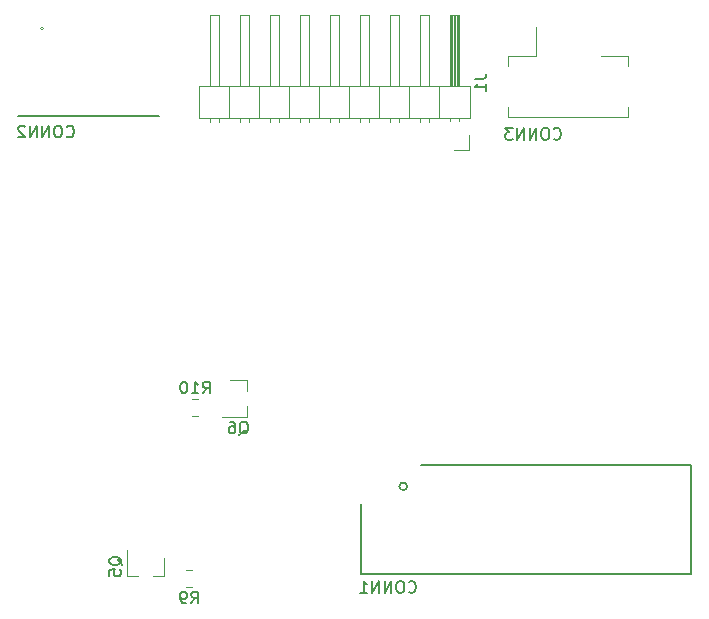
<source format=gbr>
G04 #@! TF.GenerationSoftware,KiCad,Pcbnew,(5.1.6-0-10_14)*
G04 #@! TF.CreationDate,2020-07-16T14:36:08-04:00*
G04 #@! TF.ProjectId,Pufferfish-Interface-2,50756666-6572-4666-9973-682d496e7465,rev?*
G04 #@! TF.SameCoordinates,Original*
G04 #@! TF.FileFunction,Legend,Bot*
G04 #@! TF.FilePolarity,Positive*
%FSLAX46Y46*%
G04 Gerber Fmt 4.6, Leading zero omitted, Abs format (unit mm)*
G04 Created by KiCad (PCBNEW (5.1.6-0-10_14)) date 2020-07-16 14:36:08*
%MOMM*%
%LPD*%
G01*
G04 APERTURE LIST*
%ADD10C,0.200000*%
%ADD11C,0.100000*%
%ADD12C,0.127000*%
%ADD13C,0.120000*%
%ADD14C,0.150000*%
G04 APERTURE END LIST*
D10*
X35560000Y-38608000D02*
X58420000Y-38608000D01*
X58420000Y-38608000D02*
X58420000Y-47879000D01*
X58420000Y-47879000D02*
X30480000Y-47879000D01*
X30480000Y-47879000D02*
X30480000Y-41910000D01*
X34359788Y-40449500D02*
G75*
G03*
X34359788Y-40449500I-323788J0D01*
G01*
D11*
X3593000Y-1718000D02*
G75*
G03*
X3593000Y-1718000I-127000J0D01*
G01*
D12*
X13341000Y-9068000D02*
X1391000Y-9068000D01*
D13*
X53091000Y-9202000D02*
X53091000Y-8352000D01*
X42921000Y-9202000D02*
X53091000Y-9202000D01*
X42921000Y-3982000D02*
X45246000Y-3982000D01*
X42921000Y-4832000D02*
X42921000Y-3982000D01*
X42921000Y-8352000D02*
X42921000Y-9202000D01*
X53091000Y-3982000D02*
X50766000Y-3982000D01*
X53091000Y-4832000D02*
X53091000Y-3982000D01*
X45246000Y-3982000D02*
X45246000Y-1592000D01*
X39684000Y-9228000D02*
X16704000Y-9228000D01*
X16704000Y-9228000D02*
X16704000Y-6568000D01*
X16704000Y-6568000D02*
X39684000Y-6568000D01*
X39684000Y-6568000D02*
X39684000Y-9228000D01*
X38734000Y-6568000D02*
X38734000Y-568000D01*
X38734000Y-568000D02*
X37974000Y-568000D01*
X37974000Y-568000D02*
X37974000Y-6568000D01*
X38674000Y-6568000D02*
X38674000Y-568000D01*
X38554000Y-6568000D02*
X38554000Y-568000D01*
X38434000Y-6568000D02*
X38434000Y-568000D01*
X38314000Y-6568000D02*
X38314000Y-568000D01*
X38194000Y-6568000D02*
X38194000Y-568000D01*
X38074000Y-6568000D02*
X38074000Y-568000D01*
X38734000Y-9558000D02*
X38734000Y-9228000D01*
X37974000Y-9558000D02*
X37974000Y-9228000D01*
X37084000Y-9228000D02*
X37084000Y-6568000D01*
X36194000Y-6568000D02*
X36194000Y-568000D01*
X36194000Y-568000D02*
X35434000Y-568000D01*
X35434000Y-568000D02*
X35434000Y-6568000D01*
X36194000Y-9625071D02*
X36194000Y-9228000D01*
X35434000Y-9625071D02*
X35434000Y-9228000D01*
X34544000Y-9228000D02*
X34544000Y-6568000D01*
X33654000Y-6568000D02*
X33654000Y-568000D01*
X33654000Y-568000D02*
X32894000Y-568000D01*
X32894000Y-568000D02*
X32894000Y-6568000D01*
X33654000Y-9625071D02*
X33654000Y-9228000D01*
X32894000Y-9625071D02*
X32894000Y-9228000D01*
X32004000Y-9228000D02*
X32004000Y-6568000D01*
X31114000Y-6568000D02*
X31114000Y-568000D01*
X31114000Y-568000D02*
X30354000Y-568000D01*
X30354000Y-568000D02*
X30354000Y-6568000D01*
X31114000Y-9625071D02*
X31114000Y-9228000D01*
X30354000Y-9625071D02*
X30354000Y-9228000D01*
X29464000Y-9228000D02*
X29464000Y-6568000D01*
X28574000Y-6568000D02*
X28574000Y-568000D01*
X28574000Y-568000D02*
X27814000Y-568000D01*
X27814000Y-568000D02*
X27814000Y-6568000D01*
X28574000Y-9625071D02*
X28574000Y-9228000D01*
X27814000Y-9625071D02*
X27814000Y-9228000D01*
X26924000Y-9228000D02*
X26924000Y-6568000D01*
X26034000Y-6568000D02*
X26034000Y-568000D01*
X26034000Y-568000D02*
X25274000Y-568000D01*
X25274000Y-568000D02*
X25274000Y-6568000D01*
X26034000Y-9625071D02*
X26034000Y-9228000D01*
X25274000Y-9625071D02*
X25274000Y-9228000D01*
X24384000Y-9228000D02*
X24384000Y-6568000D01*
X23494000Y-6568000D02*
X23494000Y-568000D01*
X23494000Y-568000D02*
X22734000Y-568000D01*
X22734000Y-568000D02*
X22734000Y-6568000D01*
X23494000Y-9625071D02*
X23494000Y-9228000D01*
X22734000Y-9625071D02*
X22734000Y-9228000D01*
X21844000Y-9228000D02*
X21844000Y-6568000D01*
X20954000Y-6568000D02*
X20954000Y-568000D01*
X20954000Y-568000D02*
X20194000Y-568000D01*
X20194000Y-568000D02*
X20194000Y-6568000D01*
X20954000Y-9625071D02*
X20954000Y-9228000D01*
X20194000Y-9625071D02*
X20194000Y-9228000D01*
X19304000Y-9228000D02*
X19304000Y-6568000D01*
X18414000Y-6568000D02*
X18414000Y-568000D01*
X18414000Y-568000D02*
X17654000Y-568000D01*
X17654000Y-568000D02*
X17654000Y-6568000D01*
X18414000Y-9625071D02*
X18414000Y-9228000D01*
X17654000Y-9625071D02*
X17654000Y-9228000D01*
X38354000Y-11938000D02*
X39624000Y-11938000D01*
X39624000Y-11938000D02*
X39624000Y-10668000D01*
X13772000Y-48004000D02*
X13772000Y-46544000D01*
X10612000Y-48004000D02*
X10612000Y-45844000D01*
X10612000Y-48004000D02*
X11542000Y-48004000D01*
X13772000Y-48004000D02*
X12842000Y-48004000D01*
X20826000Y-31440000D02*
X20826000Y-32370000D01*
X20826000Y-34600000D02*
X20826000Y-33670000D01*
X20826000Y-34600000D02*
X18666000Y-34600000D01*
X20826000Y-31440000D02*
X19366000Y-31440000D01*
X15664922Y-47550000D02*
X16182078Y-47550000D01*
X15664922Y-48970000D02*
X16182078Y-48970000D01*
X16690078Y-34492000D02*
X16172922Y-34492000D01*
X16690078Y-33072000D02*
X16172922Y-33072000D01*
D14*
X34504095Y-49379142D02*
X34551714Y-49426761D01*
X34694571Y-49474380D01*
X34789809Y-49474380D01*
X34932666Y-49426761D01*
X35027904Y-49331523D01*
X35075523Y-49236285D01*
X35123142Y-49045809D01*
X35123142Y-48902952D01*
X35075523Y-48712476D01*
X35027904Y-48617238D01*
X34932666Y-48522000D01*
X34789809Y-48474380D01*
X34694571Y-48474380D01*
X34551714Y-48522000D01*
X34504095Y-48569619D01*
X33885047Y-48474380D02*
X33694571Y-48474380D01*
X33599333Y-48522000D01*
X33504095Y-48617238D01*
X33456476Y-48807714D01*
X33456476Y-49141047D01*
X33504095Y-49331523D01*
X33599333Y-49426761D01*
X33694571Y-49474380D01*
X33885047Y-49474380D01*
X33980285Y-49426761D01*
X34075523Y-49331523D01*
X34123142Y-49141047D01*
X34123142Y-48807714D01*
X34075523Y-48617238D01*
X33980285Y-48522000D01*
X33885047Y-48474380D01*
X33027904Y-49474380D02*
X33027904Y-48474380D01*
X32456476Y-49474380D01*
X32456476Y-48474380D01*
X31980285Y-49474380D02*
X31980285Y-48474380D01*
X31408857Y-49474380D01*
X31408857Y-48474380D01*
X30408857Y-49474380D02*
X30980285Y-49474380D01*
X30694571Y-49474380D02*
X30694571Y-48474380D01*
X30789809Y-48617238D01*
X30885047Y-48712476D01*
X30980285Y-48760095D01*
X5527773Y-10814831D02*
X5575427Y-10862484D01*
X5718387Y-10910138D01*
X5813694Y-10910138D01*
X5956655Y-10862484D01*
X6051962Y-10767177D01*
X6099615Y-10671870D01*
X6147269Y-10481256D01*
X6147269Y-10338296D01*
X6099615Y-10147682D01*
X6051962Y-10052375D01*
X5956655Y-9957068D01*
X5813694Y-9909414D01*
X5718387Y-9909414D01*
X5575427Y-9957068D01*
X5527773Y-10004721D01*
X4908277Y-9909414D02*
X4717663Y-9909414D01*
X4622356Y-9957068D01*
X4527049Y-10052375D01*
X4479396Y-10242989D01*
X4479396Y-10576563D01*
X4527049Y-10767177D01*
X4622356Y-10862484D01*
X4717663Y-10910138D01*
X4908277Y-10910138D01*
X5003584Y-10862484D01*
X5098891Y-10767177D01*
X5146545Y-10576563D01*
X5146545Y-10242989D01*
X5098891Y-10052375D01*
X5003584Y-9957068D01*
X4908277Y-9909414D01*
X4050514Y-10910138D02*
X4050514Y-9909414D01*
X3478672Y-10910138D01*
X3478672Y-9909414D01*
X3002136Y-10910138D02*
X3002136Y-9909414D01*
X2430294Y-10910138D01*
X2430294Y-9909414D01*
X2001412Y-10004721D02*
X1953759Y-9957068D01*
X1858452Y-9909414D01*
X1620184Y-9909414D01*
X1524877Y-9957068D01*
X1477224Y-10004721D01*
X1429570Y-10100028D01*
X1429570Y-10195335D01*
X1477224Y-10338296D01*
X2049066Y-10910138D01*
X1429570Y-10910138D01*
X46778095Y-11013142D02*
X46825714Y-11060761D01*
X46968571Y-11108380D01*
X47063809Y-11108380D01*
X47206666Y-11060761D01*
X47301904Y-10965523D01*
X47349523Y-10870285D01*
X47397142Y-10679809D01*
X47397142Y-10536952D01*
X47349523Y-10346476D01*
X47301904Y-10251238D01*
X47206666Y-10156000D01*
X47063809Y-10108380D01*
X46968571Y-10108380D01*
X46825714Y-10156000D01*
X46778095Y-10203619D01*
X46159047Y-10108380D02*
X45968571Y-10108380D01*
X45873333Y-10156000D01*
X45778095Y-10251238D01*
X45730476Y-10441714D01*
X45730476Y-10775047D01*
X45778095Y-10965523D01*
X45873333Y-11060761D01*
X45968571Y-11108380D01*
X46159047Y-11108380D01*
X46254285Y-11060761D01*
X46349523Y-10965523D01*
X46397142Y-10775047D01*
X46397142Y-10441714D01*
X46349523Y-10251238D01*
X46254285Y-10156000D01*
X46159047Y-10108380D01*
X45301904Y-11108380D02*
X45301904Y-10108380D01*
X44730476Y-11108380D01*
X44730476Y-10108380D01*
X44254285Y-11108380D02*
X44254285Y-10108380D01*
X43682857Y-11108380D01*
X43682857Y-10108380D01*
X43301904Y-10108380D02*
X42682857Y-10108380D01*
X43016190Y-10489333D01*
X42873333Y-10489333D01*
X42778095Y-10536952D01*
X42730476Y-10584571D01*
X42682857Y-10679809D01*
X42682857Y-10917904D01*
X42730476Y-11013142D01*
X42778095Y-11060761D01*
X42873333Y-11108380D01*
X43159047Y-11108380D01*
X43254285Y-11060761D01*
X43301904Y-11013142D01*
X40076380Y-5949666D02*
X40790666Y-5949666D01*
X40933523Y-5902047D01*
X41028761Y-5806809D01*
X41076380Y-5663952D01*
X41076380Y-5568714D01*
X41076380Y-6949666D02*
X41076380Y-6378238D01*
X41076380Y-6663952D02*
X40076380Y-6663952D01*
X40219238Y-6568714D01*
X40314476Y-6473476D01*
X40362095Y-6378238D01*
X10239619Y-47148761D02*
X10192000Y-47053523D01*
X10096761Y-46958285D01*
X9953904Y-46815428D01*
X9906285Y-46720190D01*
X9906285Y-46624952D01*
X10144380Y-46672571D02*
X10096761Y-46577333D01*
X10001523Y-46482095D01*
X9811047Y-46434476D01*
X9477714Y-46434476D01*
X9287238Y-46482095D01*
X9192000Y-46577333D01*
X9144380Y-46672571D01*
X9144380Y-46863047D01*
X9192000Y-46958285D01*
X9287238Y-47053523D01*
X9477714Y-47101142D01*
X9811047Y-47101142D01*
X10001523Y-47053523D01*
X10096761Y-46958285D01*
X10144380Y-46863047D01*
X10144380Y-46672571D01*
X9144380Y-48005904D02*
X9144380Y-47529714D01*
X9620571Y-47482095D01*
X9572952Y-47529714D01*
X9525333Y-47624952D01*
X9525333Y-47863047D01*
X9572952Y-47958285D01*
X9620571Y-48005904D01*
X9715809Y-48053523D01*
X9953904Y-48053523D01*
X10049142Y-48005904D01*
X10096761Y-47958285D01*
X10144380Y-47863047D01*
X10144380Y-47624952D01*
X10096761Y-47529714D01*
X10049142Y-47482095D01*
X20161238Y-36067619D02*
X20256476Y-36020000D01*
X20351714Y-35924761D01*
X20494571Y-35781904D01*
X20589809Y-35734285D01*
X20685047Y-35734285D01*
X20637428Y-35972380D02*
X20732666Y-35924761D01*
X20827904Y-35829523D01*
X20875523Y-35639047D01*
X20875523Y-35305714D01*
X20827904Y-35115238D01*
X20732666Y-35020000D01*
X20637428Y-34972380D01*
X20446952Y-34972380D01*
X20351714Y-35020000D01*
X20256476Y-35115238D01*
X20208857Y-35305714D01*
X20208857Y-35639047D01*
X20256476Y-35829523D01*
X20351714Y-35924761D01*
X20446952Y-35972380D01*
X20637428Y-35972380D01*
X19351714Y-34972380D02*
X19542190Y-34972380D01*
X19637428Y-35020000D01*
X19685047Y-35067619D01*
X19780285Y-35210476D01*
X19827904Y-35400952D01*
X19827904Y-35781904D01*
X19780285Y-35877142D01*
X19732666Y-35924761D01*
X19637428Y-35972380D01*
X19446952Y-35972380D01*
X19351714Y-35924761D01*
X19304095Y-35877142D01*
X19256476Y-35781904D01*
X19256476Y-35543809D01*
X19304095Y-35448571D01*
X19351714Y-35400952D01*
X19446952Y-35353333D01*
X19637428Y-35353333D01*
X19732666Y-35400952D01*
X19780285Y-35448571D01*
X19827904Y-35543809D01*
X16090166Y-50362380D02*
X16423500Y-49886190D01*
X16661595Y-50362380D02*
X16661595Y-49362380D01*
X16280642Y-49362380D01*
X16185404Y-49410000D01*
X16137785Y-49457619D01*
X16090166Y-49552857D01*
X16090166Y-49695714D01*
X16137785Y-49790952D01*
X16185404Y-49838571D01*
X16280642Y-49886190D01*
X16661595Y-49886190D01*
X15613976Y-50362380D02*
X15423500Y-50362380D01*
X15328261Y-50314761D01*
X15280642Y-50267142D01*
X15185404Y-50124285D01*
X15137785Y-49933809D01*
X15137785Y-49552857D01*
X15185404Y-49457619D01*
X15233023Y-49410000D01*
X15328261Y-49362380D01*
X15518738Y-49362380D01*
X15613976Y-49410000D01*
X15661595Y-49457619D01*
X15709214Y-49552857D01*
X15709214Y-49790952D01*
X15661595Y-49886190D01*
X15613976Y-49933809D01*
X15518738Y-49981428D01*
X15328261Y-49981428D01*
X15233023Y-49933809D01*
X15185404Y-49886190D01*
X15137785Y-49790952D01*
X17074357Y-32584380D02*
X17407690Y-32108190D01*
X17645785Y-32584380D02*
X17645785Y-31584380D01*
X17264833Y-31584380D01*
X17169595Y-31632000D01*
X17121976Y-31679619D01*
X17074357Y-31774857D01*
X17074357Y-31917714D01*
X17121976Y-32012952D01*
X17169595Y-32060571D01*
X17264833Y-32108190D01*
X17645785Y-32108190D01*
X16121976Y-32584380D02*
X16693404Y-32584380D01*
X16407690Y-32584380D02*
X16407690Y-31584380D01*
X16502928Y-31727238D01*
X16598166Y-31822476D01*
X16693404Y-31870095D01*
X15502928Y-31584380D02*
X15407690Y-31584380D01*
X15312452Y-31632000D01*
X15264833Y-31679619D01*
X15217214Y-31774857D01*
X15169595Y-31965333D01*
X15169595Y-32203428D01*
X15217214Y-32393904D01*
X15264833Y-32489142D01*
X15312452Y-32536761D01*
X15407690Y-32584380D01*
X15502928Y-32584380D01*
X15598166Y-32536761D01*
X15645785Y-32489142D01*
X15693404Y-32393904D01*
X15741023Y-32203428D01*
X15741023Y-31965333D01*
X15693404Y-31774857D01*
X15645785Y-31679619D01*
X15598166Y-31632000D01*
X15502928Y-31584380D01*
M02*

</source>
